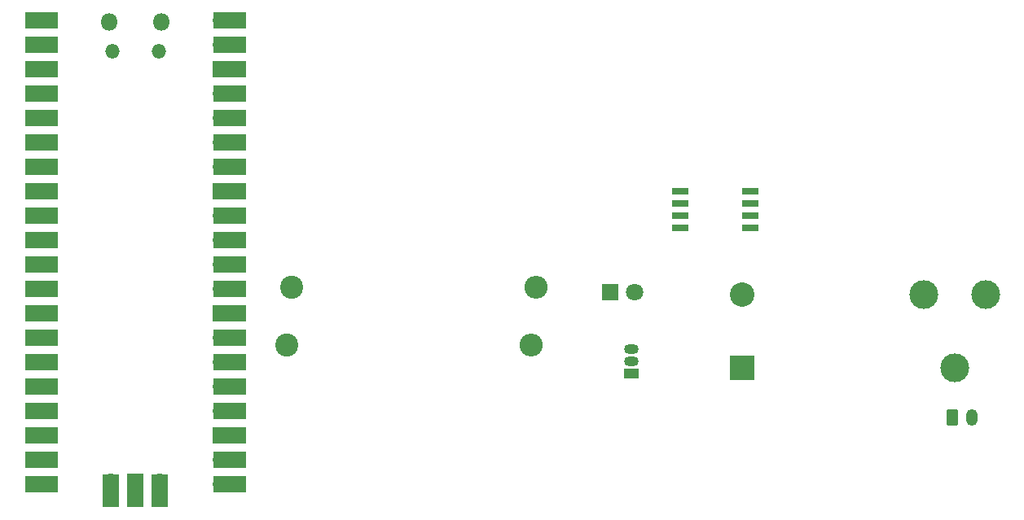
<source format=gbr>
%TF.GenerationSoftware,KiCad,Pcbnew,8.0.0*%
%TF.CreationDate,2024-03-28T12:09:13-03:00*%
%TF.ProjectId,Ponderada,506f6e64-6572-4616-9461-2e6b69636164,rev?*%
%TF.SameCoordinates,Original*%
%TF.FileFunction,Soldermask,Top*%
%TF.FilePolarity,Negative*%
%FSLAX46Y46*%
G04 Gerber Fmt 4.6, Leading zero omitted, Abs format (unit mm)*
G04 Created by KiCad (PCBNEW 8.0.0) date 2024-03-28 12:09:13*
%MOMM*%
%LPD*%
G01*
G04 APERTURE LIST*
G04 Aperture macros list*
%AMRoundRect*
0 Rectangle with rounded corners*
0 $1 Rounding radius*
0 $2 $3 $4 $5 $6 $7 $8 $9 X,Y pos of 4 corners*
0 Add a 4 corners polygon primitive as box body*
4,1,4,$2,$3,$4,$5,$6,$7,$8,$9,$2,$3,0*
0 Add four circle primitives for the rounded corners*
1,1,$1+$1,$2,$3*
1,1,$1+$1,$4,$5*
1,1,$1+$1,$6,$7*
1,1,$1+$1,$8,$9*
0 Add four rect primitives between the rounded corners*
20,1,$1+$1,$2,$3,$4,$5,0*
20,1,$1+$1,$4,$5,$6,$7,0*
20,1,$1+$1,$6,$7,$8,$9,0*
20,1,$1+$1,$8,$9,$2,$3,0*%
G04 Aperture macros list end*
%ADD10R,1.700000X0.650000*%
%ADD11O,1.800000X1.800000*%
%ADD12O,1.500000X1.500000*%
%ADD13O,1.700000X1.700000*%
%ADD14R,3.500000X1.700000*%
%ADD15R,1.700000X1.700000*%
%ADD16R,1.700000X3.500000*%
%ADD17C,2.400000*%
%ADD18O,2.400000X2.400000*%
%ADD19R,1.500000X1.050000*%
%ADD20O,1.500000X1.050000*%
%ADD21C,2.540000*%
%ADD22R,2.540000X2.540000*%
%ADD23C,3.000000*%
%ADD24RoundRect,0.250000X-0.350000X-0.625000X0.350000X-0.625000X0.350000X0.625000X-0.350000X0.625000X0*%
%ADD25O,1.200000X1.750000*%
%ADD26R,1.800000X1.800000*%
%ADD27C,1.800000*%
G04 APERTURE END LIST*
D10*
%TO.C,U2*%
X186000000Y-105500000D03*
X186000000Y-106770000D03*
X186000000Y-108040000D03*
X186000000Y-109310000D03*
X178700000Y-109310000D03*
X178700000Y-108040000D03*
X178700000Y-106770000D03*
X178700000Y-105500000D03*
%TD*%
D11*
%TO.C,U1*%
X119360000Y-87835000D03*
D12*
X119660000Y-90865000D03*
X124510000Y-90865000D03*
D11*
X124810000Y-87835000D03*
D13*
X113195000Y-87705000D03*
D14*
X112295000Y-87705000D03*
D13*
X113195000Y-90245000D03*
D14*
X112295000Y-90245000D03*
D15*
X113195000Y-92785000D03*
D14*
X112295000Y-92785000D03*
D13*
X113195000Y-95325000D03*
D14*
X112295000Y-95325000D03*
D13*
X113195000Y-97865000D03*
D14*
X112295000Y-97865000D03*
D13*
X113195000Y-100405000D03*
D14*
X112295000Y-100405000D03*
D13*
X113195000Y-102945000D03*
D14*
X112295000Y-102945000D03*
D15*
X113195000Y-105485000D03*
D14*
X112295000Y-105485000D03*
D13*
X113195000Y-108025000D03*
D14*
X112295000Y-108025000D03*
D13*
X113195000Y-110565000D03*
D14*
X112295000Y-110565000D03*
D13*
X113195000Y-113105000D03*
D14*
X112295000Y-113105000D03*
D13*
X113195000Y-115645000D03*
D14*
X112295000Y-115645000D03*
D15*
X113195000Y-118185000D03*
D14*
X112295000Y-118185000D03*
D13*
X113195000Y-120725000D03*
D14*
X112295000Y-120725000D03*
D13*
X113195000Y-123265000D03*
D14*
X112295000Y-123265000D03*
D13*
X113195000Y-125805000D03*
D14*
X112295000Y-125805000D03*
D13*
X113195000Y-128345000D03*
D14*
X112295000Y-128345000D03*
D15*
X113195000Y-130885000D03*
D14*
X112295000Y-130885000D03*
D13*
X113195000Y-133425000D03*
D14*
X112295000Y-133425000D03*
D13*
X113195000Y-135965000D03*
D14*
X112295000Y-135965000D03*
D13*
X130975000Y-135965000D03*
D14*
X131875000Y-135965000D03*
D13*
X130975000Y-133425000D03*
D14*
X131875000Y-133425000D03*
D15*
X130975000Y-130885000D03*
D14*
X131875000Y-130885000D03*
D13*
X130975000Y-128345000D03*
D14*
X131875000Y-128345000D03*
D13*
X130975000Y-125805000D03*
D14*
X131875000Y-125805000D03*
D13*
X130975000Y-123265000D03*
D14*
X131875000Y-123265000D03*
D13*
X130975000Y-120725000D03*
D14*
X131875000Y-120725000D03*
D15*
X130975000Y-118185000D03*
D14*
X131875000Y-118185000D03*
D13*
X130975000Y-115645000D03*
D14*
X131875000Y-115645000D03*
D13*
X130975000Y-113105000D03*
D14*
X131875000Y-113105000D03*
D13*
X130975000Y-110565000D03*
D14*
X131875000Y-110565000D03*
D13*
X130975000Y-108025000D03*
D14*
X131875000Y-108025000D03*
D15*
X130975000Y-105485000D03*
D14*
X131875000Y-105485000D03*
D13*
X130975000Y-102945000D03*
D14*
X131875000Y-102945000D03*
D13*
X130975000Y-100405000D03*
D14*
X131875000Y-100405000D03*
D13*
X130975000Y-97865000D03*
D14*
X131875000Y-97865000D03*
D13*
X130975000Y-95325000D03*
D14*
X131875000Y-95325000D03*
D15*
X130975000Y-92785000D03*
D14*
X131875000Y-92785000D03*
D13*
X130975000Y-90245000D03*
D14*
X131875000Y-90245000D03*
D13*
X130975000Y-87705000D03*
D14*
X131875000Y-87705000D03*
D13*
X119545000Y-135735000D03*
D16*
X119545000Y-136635000D03*
D15*
X122085000Y-135735000D03*
D16*
X122085000Y-136635000D03*
D13*
X124625000Y-135735000D03*
D16*
X124625000Y-136635000D03*
%TD*%
D17*
%TO.C,R2*%
X138300000Y-115500000D03*
D18*
X163700000Y-115500000D03*
%TD*%
D17*
%TO.C,R1*%
X137800000Y-121500000D03*
D18*
X163200000Y-121500000D03*
%TD*%
D19*
%TO.C,Q1*%
X173630000Y-124410000D03*
D20*
X173630000Y-123140000D03*
X173630000Y-121870000D03*
%TD*%
D21*
%TO.C,K1*%
X185150000Y-116180000D03*
D22*
X185150000Y-123800000D03*
D23*
X210450000Y-116180000D03*
X204050000Y-116180000D03*
X207250000Y-123800000D03*
%TD*%
D24*
%TO.C,J1*%
X207000000Y-129000000D03*
D25*
X209000000Y-129000000D03*
%TD*%
D26*
%TO.C,D1*%
X171460000Y-116000000D03*
D27*
X174000000Y-116000000D03*
%TD*%
M02*

</source>
